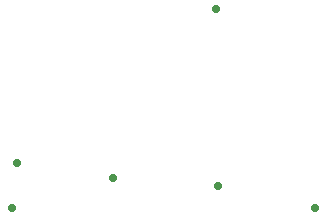
<source format=gbs>
G04*
G04 #@! TF.GenerationSoftware,Altium Limited,Altium Designer,25.4.2 (15)*
G04*
G04 Layer_Color=16711935*
%FSLAX44Y44*%
%MOMM*%
G71*
G04*
G04 #@! TF.SameCoordinates,122F49FF-69CD-467C-8DFD-42ED72D14C47*
G04*
G04*
G04 #@! TF.FilePolarity,Negative*
G04*
G01*
G75*
%ADD24C,0.7112*%
D24*
X139700Y127000D02*
D03*
X307848Y256794D02*
D03*
X391750Y88900D02*
D03*
X135128D02*
D03*
X309372Y107442D02*
D03*
X220980Y114300D02*
D03*
M02*

</source>
